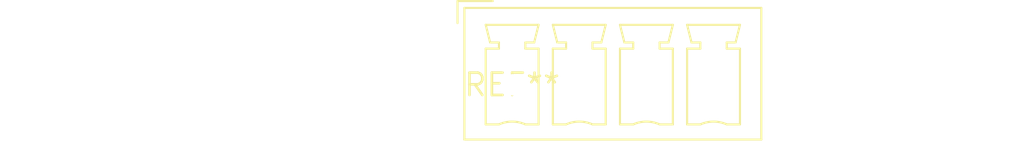
<source format=kicad_pcb>
(kicad_pcb (version 20240108) (generator pcbnew)
  (layers (0 "F.Cu" signal) (31 "B.Cu" signal) (34 "B.Paste" user) (35 "F.Paste" user) (36 "B.SilkS" user "B.Silkscreen") (37 "F.SilkS" user "F.Silkscreen") (38 "B.Mask" user) (39 "F.Mask" user) (44 "Edge.Cuts" user))
  (net 0 "")
  (footprint "PhoenixContact_MCV_1,5_4-G-3.81_1x04_P3.81mm_Vertical" (layer "F.Cu") (at 0 0)
    (property "Reference" "REF**")
    (property "Value" "PhoenixContact_MCV_1,5_4-G-3.81_1x04_P3.81mm_Vertical")
    (fp_line (start -3.1 -4.75) (end -1.1 -4.75) (layer "F.SilkS") (stroke (width 0.12)))
    (fp_line (start -3.1 -3.5) (end -3.1 -4.75) (layer "F.SilkS") (stroke (width 0.12)))
    (fp_line (start -2.71 -4.36) (end -2.71 3.11) (layer "F.SilkS") (stroke (width 0.12)))
    (fp_line (start -2.71 3.11) (end 14.14 3.11) (layer "F.SilkS") (stroke (width 0.12)))
    (fp_line (start -1.5 -3.4) (end 1.5 -3.4) (layer "F.SilkS") (stroke (width 0.12)))
    (fp_line (start -1.5 -2.05) (end -0.75 -2.05) (layer "F.SilkS") (stroke (width 0.12)))
    (fp_line (start -1.5 2.25) (end -1.5 -2.05) (layer "F.SilkS") (stroke (width 0.12)))
    (fp_line (start -1.25 -2.4) (end -1.5 -3.4) (layer "F.SilkS") (stroke (width 0.12)))
    (fp_line (start -0.75 -2.4) (end -1.25 -2.4) (layer "F.SilkS") (stroke (width 0.12)))
    (fp_line (start -0.75 -2.05) (end -0.75 -2.4) (layer "F.SilkS") (stroke (width 0.12)))
    (fp_line (start -0.75 2.25) (end -1.5 2.25) (layer "F.SilkS") (stroke (width 0.12)))
    (fp_line (start 0.75 -2.4) (end 0.75 -2.05) (layer "F.SilkS") (stroke (width 0.12)))
    (fp_line (start 0.75 -2.05) (end 1.5 -2.05) (layer "F.SilkS") (stroke (width 0.12)))
    (fp_line (start 1.25 -2.4) (end 0.75 -2.4) (layer "F.SilkS") (stroke (width 0.12)))
    (fp_line (start 1.5 -3.4) (end 1.25 -2.4) (layer "F.SilkS") (stroke (width 0.12)))
    (fp_line (start 1.5 -2.05) (end 1.5 2.25) (layer "F.SilkS") (stroke (width 0.12)))
    (fp_line (start 1.5 2.25) (end 0.75 2.25) (layer "F.SilkS") (stroke (width 0.12)))
    (fp_line (start 2.31 -3.4) (end 5.31 -3.4) (layer "F.SilkS") (stroke (width 0.12)))
    (fp_line (start 2.31 -2.05) (end 3.06 -2.05) (layer "F.SilkS") (stroke (width 0.12)))
    (fp_line (start 2.31 2.25) (end 2.31 -2.05) (layer "F.SilkS") (stroke (width 0.12)))
    (fp_line (start 2.56 -2.4) (end 2.31 -3.4) (layer "F.SilkS") (stroke (width 0.12)))
    (fp_line (start 3.06 -2.4) (end 2.56 -2.4) (layer "F.SilkS") (stroke (width 0.12)))
    (fp_line (start 3.06 -2.05) (end 3.06 -2.4) (layer "F.SilkS") (stroke (width 0.12)))
    (fp_line (start 3.06 2.25) (end 2.31 2.25) (layer "F.SilkS") (stroke (width 0.12)))
    (fp_line (start 4.56 -2.4) (end 4.56 -2.05) (layer "F.SilkS") (stroke (width 0.12)))
    (fp_line (start 4.56 -2.05) (end 5.31 -2.05) (layer "F.SilkS") (stroke (width 0.12)))
    (fp_line (start 5.06 -2.4) (end 4.56 -2.4) (layer "F.SilkS") (stroke (width 0.12)))
    (fp_line (start 5.31 -3.4) (end 5.06 -2.4) (layer "F.SilkS") (stroke (width 0.12)))
    (fp_line (start 5.31 -2.05) (end 5.31 2.25) (layer "F.SilkS") (stroke (width 0.12)))
    (fp_line (start 5.31 2.25) (end 4.56 2.25) (layer "F.SilkS") (stroke (width 0.12)))
    (fp_line (start 6.12 -3.4) (end 9.12 -3.4) (layer "F.SilkS") (stroke (width 0.12)))
    (fp_line (start 6.12 -2.05) (end 6.87 -2.05) (layer "F.SilkS") (stroke (width 0.12)))
    (fp_line (start 6.12 2.25) (end 6.12 -2.05) (layer "F.SilkS") (stroke (width 0.12)))
    (fp_line (start 6.37 -2.4) (end 6.12 -3.4) (layer "F.SilkS") (stroke (width 0.12)))
    (fp_line (start 6.87 -2.4) (end 6.37 -2.4) (layer "F.SilkS") (stroke (width 0.12)))
    (fp_line (start 6.87 -2.05) (end 6.87 -2.4) (layer "F.SilkS") (stroke (width 0.12)))
    (fp_line (start 6.87 2.25) (end 6.12 2.25) (layer "F.SilkS") (stroke (width 0.12)))
    (fp_line (start 8.37 -2.4) (end 8.37 -2.05) (layer "F.SilkS") (stroke (width 0.12)))
    (fp_line (start 8.37 -2.05) (end 9.12 -2.05) (layer "F.SilkS") (stroke (width 0.12)))
    (fp_line (start 8.87 -2.4) (end 8.37 -2.4) (layer "F.SilkS") (stroke (width 0.12)))
    (fp_line (start 9.12 -3.4) (end 8.87 -2.4) (layer "F.SilkS") (stroke (width 0.12)))
    (fp_line (start 9.12 -2.05) (end 9.12 2.25) (layer "F.SilkS") (stroke (width 0.12)))
    (fp_line (start 9.12 2.25) (end 8.37 2.25) (layer "F.SilkS") (stroke (width 0.12)))
    (fp_line (start 9.93 -3.4) (end 12.93 -3.4) (layer "F.SilkS") (stroke (width 0.12)))
    (fp_line (start 9.93 -2.05) (end 10.68 -2.05) (layer "F.SilkS") (stroke (width 0.12)))
    (fp_line (start 9.93 2.25) (end 9.93 -2.05) (layer "F.SilkS") (stroke (width 0.12)))
    (fp_line (start 10.18 -2.4) (end 9.93 -3.4) (layer "F.SilkS") (stroke (width 0.12)))
    (fp_line (start 10.68 -2.4) (end 10.18 -2.4) (layer "F.SilkS") (stroke (width 0.12)))
    (fp_line (start 10.68 -2.05) (end 10.68 -2.4) (layer "F.SilkS") (stroke (width 0.12)))
    (fp_line (start 10.68 2.25) (end 9.93 2.25) (layer "F.SilkS") (stroke (width 0.12)))
    (fp_line (start 12.18 -2.4) (end 12.18 -2.05) (layer "F.SilkS") (stroke (width 0.12)))
    (fp_line (start 12.18 -2.05) (end 12.93 -2.05) (layer "F.SilkS") (stroke (width 0.12)))
    (fp_line (start 12.68 -2.4) (end 12.18 -2.4) (layer "F.SilkS") (stroke (width 0.12)))
    (fp_line (start 12.93 -3.4) (end 12.68 -2.4) (layer "F.SilkS") (stroke (width 0.12)))
    (fp_line (start 12.93 -2.05) (end 12.93 2.25) (layer "F.SilkS") (stroke (width 0.12)))
    (fp_line (start 12.93 2.25) (end 12.18 2.25) (layer "F.SilkS") (stroke (width 0.12)))
    (fp_line (start 14.14 -4.36) (end -2.71 -4.36) (layer "F.SilkS") (stroke (width 0.12)))
    (fp_line (start 14.14 3.11) (end 14.14 -4.36) (layer "F.SilkS") (stroke (width 0.12)))
    (fp_arc (start -0.75 2.25) (mid -0.000193 2.09191) (end 0.749647 2.249844) (layer "F.SilkS") (stroke (width 0.12)))
    (fp_arc (start 3.06 2.25) (mid 3.809807 2.09191) (end 4.559647 2.249844) (layer "F.SilkS") (stroke (width 0.12)))
    (fp_arc (start 6.87 2.25) (mid 7.619807 2.09191) (end 8.369647 2.249844) (layer "F.SilkS") (stroke (width 0.12)))
    (fp_arc (start 10.68 2.25) (mid 11.429807 2.09191) (end 12.179647 2.249844) (layer "F.SilkS") (stroke (width 0.12)))
    (pad "1" thru_hole roundrect (at 0 0) (size 1.8 3.6) (drill 1.2) (layers *.Cu *.Mask) (remove_unused_layers) (roundrect_rratio 0.138889))
    (pad "2" thru_hole oval (at 3.81 0) (size 1.8 3.6) (drill 1.2) (layers *.Cu *.Mask) (remove_unused_layers))
    (pad "3" thru_hole oval (at 7.62 0) (size 1.8 3.6) (drill 1.2) (layers *.Cu *.Mask) (remove_unused_layers))
    (pad "4" thru_hole oval (at 11.43 0) (size 1.8 3.6) (drill 1.2) (layers *.Cu *.Mask) (remove_unused_layers))
  )
)
</source>
